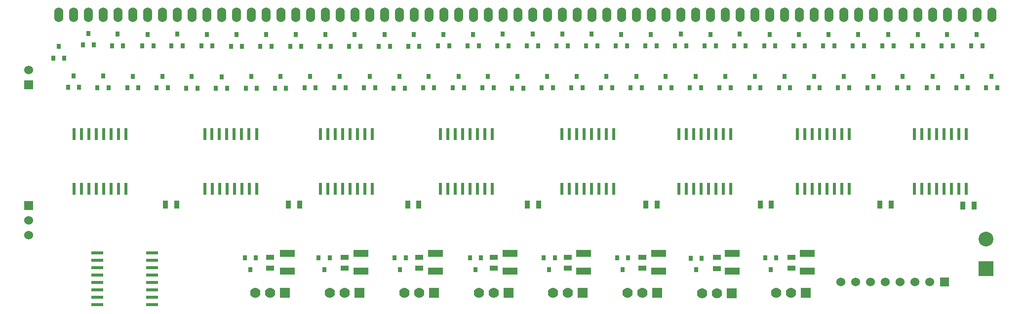
<source format=gbs>
G04 (created by PCBNEW (2013-07-07 BZR 4022)-stable) date 18/01/2016 20:15:18*
%MOIN*%
G04 Gerber Fmt 3.4, Leading zero omitted, Abs format*
%FSLAX34Y34*%
G01*
G70*
G90*
G04 APERTURE LIST*
%ADD10C,0.00590551*%
%ADD11R,0.023622X0.0787402*%
%ADD12R,0.0314961X0.0354331*%
%ADD13R,0.06X0.06*%
%ADD14C,0.06*%
%ADD15O,0.06X0.1*%
%ADD16R,0.0787402X0.023622*%
%ADD17R,0.1X0.05*%
%ADD18C,0.07*%
%ADD19R,0.07X0.07*%
%ADD20R,0.035X0.055*%
%ADD21R,0.055X0.035*%
%ADD22R,0.1X0.1*%
%ADD23C,0.1*%
G04 APERTURE END LIST*
G54D10*
G54D11*
X66588Y-41359D03*
X66092Y-41359D03*
X67088Y-41359D03*
X67588Y-41359D03*
X68088Y-41359D03*
X68588Y-41359D03*
X69088Y-41359D03*
X69592Y-41359D03*
X69592Y-45060D03*
X69092Y-45060D03*
X68592Y-45060D03*
X68092Y-45060D03*
X67592Y-45060D03*
X67092Y-45060D03*
X66592Y-45060D03*
X66092Y-45060D03*
G54D12*
X71060Y-34616D03*
X70685Y-35403D03*
X71434Y-35403D03*
X66050Y-37416D03*
X65675Y-38203D03*
X66424Y-38203D03*
X67050Y-34546D03*
X66675Y-35333D03*
X67424Y-35333D03*
X72040Y-37456D03*
X71665Y-38243D03*
X72414Y-38243D03*
X68040Y-37426D03*
X67665Y-38213D03*
X68414Y-38213D03*
X65050Y-35426D03*
X64675Y-36213D03*
X65424Y-36213D03*
X70050Y-37456D03*
X69675Y-38243D03*
X70424Y-38243D03*
X69020Y-34596D03*
X68645Y-35383D03*
X69394Y-35383D03*
G54D11*
X91308Y-41359D03*
X90812Y-41359D03*
X91808Y-41359D03*
X92308Y-41359D03*
X92808Y-41359D03*
X93308Y-41359D03*
X93808Y-41359D03*
X94312Y-41359D03*
X94312Y-45060D03*
X93812Y-45060D03*
X93312Y-45060D03*
X92812Y-45060D03*
X92312Y-45060D03*
X91812Y-45060D03*
X91312Y-45060D03*
X90812Y-45060D03*
X123328Y-41359D03*
X122832Y-41359D03*
X123828Y-41359D03*
X124328Y-41359D03*
X124828Y-41359D03*
X125328Y-41359D03*
X125828Y-41359D03*
X126332Y-41359D03*
X126332Y-45060D03*
X125832Y-45060D03*
X125332Y-45060D03*
X124832Y-45060D03*
X124332Y-45060D03*
X123832Y-45060D03*
X123332Y-45060D03*
X122832Y-45060D03*
X115418Y-41359D03*
X114922Y-41359D03*
X115918Y-41359D03*
X116418Y-41359D03*
X116918Y-41359D03*
X117418Y-41359D03*
X117918Y-41359D03*
X118422Y-41359D03*
X118422Y-45060D03*
X117922Y-45060D03*
X117422Y-45060D03*
X116922Y-45060D03*
X116422Y-45060D03*
X115922Y-45060D03*
X115422Y-45060D03*
X114922Y-45060D03*
X107428Y-41359D03*
X106932Y-41359D03*
X107928Y-41359D03*
X108428Y-41359D03*
X108928Y-41359D03*
X109428Y-41359D03*
X109928Y-41359D03*
X110432Y-41359D03*
X110432Y-45060D03*
X109932Y-45060D03*
X109432Y-45060D03*
X108932Y-45060D03*
X108432Y-45060D03*
X107932Y-45060D03*
X107432Y-45060D03*
X106932Y-45060D03*
X99528Y-41359D03*
X99032Y-41359D03*
X100028Y-41359D03*
X100528Y-41359D03*
X101028Y-41359D03*
X101528Y-41359D03*
X102028Y-41359D03*
X102532Y-41359D03*
X102532Y-45060D03*
X102032Y-45060D03*
X101532Y-45060D03*
X101032Y-45060D03*
X100532Y-45060D03*
X100032Y-45060D03*
X99532Y-45060D03*
X99032Y-45060D03*
X83228Y-41359D03*
X82732Y-41359D03*
X83728Y-41359D03*
X84228Y-41359D03*
X84728Y-41359D03*
X85228Y-41359D03*
X85728Y-41359D03*
X86232Y-41359D03*
X86232Y-45060D03*
X85732Y-45060D03*
X85232Y-45060D03*
X84732Y-45060D03*
X84232Y-45060D03*
X83732Y-45060D03*
X83232Y-45060D03*
X82732Y-45060D03*
X75398Y-41359D03*
X74902Y-41359D03*
X75898Y-41359D03*
X76398Y-41359D03*
X76898Y-41359D03*
X77398Y-41359D03*
X77898Y-41359D03*
X78402Y-41359D03*
X78402Y-45060D03*
X77902Y-45060D03*
X77402Y-45060D03*
X76902Y-45060D03*
X76402Y-45060D03*
X75902Y-45060D03*
X75402Y-45060D03*
X74902Y-45060D03*
G54D13*
X63030Y-38040D03*
G54D14*
X63030Y-37040D03*
G54D15*
X65040Y-33280D03*
X66040Y-33280D03*
X67040Y-33280D03*
X68040Y-33280D03*
X69040Y-33280D03*
X70040Y-33280D03*
X71040Y-33280D03*
X72040Y-33280D03*
X73040Y-33280D03*
X74040Y-33280D03*
X75040Y-33280D03*
X76040Y-33280D03*
X77040Y-33280D03*
X78040Y-33280D03*
X79040Y-33280D03*
X80040Y-33280D03*
X81040Y-33280D03*
X82040Y-33280D03*
X83040Y-33280D03*
X84040Y-33280D03*
X85040Y-33280D03*
X86040Y-33280D03*
X87040Y-33280D03*
X88040Y-33280D03*
X89040Y-33280D03*
X90040Y-33280D03*
X91040Y-33280D03*
X92040Y-33280D03*
X93040Y-33280D03*
X94040Y-33280D03*
X95040Y-33280D03*
X96040Y-33280D03*
X97040Y-33280D03*
X98040Y-33280D03*
X99040Y-33280D03*
X100040Y-33280D03*
X101040Y-33280D03*
X102040Y-33280D03*
X103040Y-33280D03*
X104040Y-33280D03*
X105040Y-33280D03*
X106040Y-33280D03*
X107040Y-33280D03*
X108040Y-33280D03*
X109040Y-33280D03*
X110040Y-33280D03*
X111040Y-33280D03*
X112040Y-33280D03*
X113040Y-33280D03*
X114040Y-33280D03*
X115040Y-33280D03*
X116040Y-33280D03*
X117040Y-33280D03*
X118040Y-33280D03*
X119040Y-33280D03*
X120040Y-33280D03*
X121040Y-33280D03*
X122040Y-33280D03*
X123040Y-33280D03*
X124040Y-33280D03*
X125040Y-33280D03*
X126040Y-33280D03*
X127040Y-33280D03*
X128040Y-33280D03*
G54D12*
X73040Y-34606D03*
X72665Y-35393D03*
X73414Y-35393D03*
X80020Y-37466D03*
X79645Y-38253D03*
X80394Y-38253D03*
X79040Y-34626D03*
X78665Y-35413D03*
X79414Y-35413D03*
X78050Y-37476D03*
X77675Y-38263D03*
X78424Y-38263D03*
X77050Y-34636D03*
X76675Y-35423D03*
X77424Y-35423D03*
X76040Y-37486D03*
X75665Y-38273D03*
X76414Y-38273D03*
X75050Y-34616D03*
X74675Y-35403D03*
X75424Y-35403D03*
X74030Y-37466D03*
X73655Y-38253D03*
X74404Y-38253D03*
X81050Y-34626D03*
X80675Y-35413D03*
X81424Y-35413D03*
X88040Y-37466D03*
X87665Y-38253D03*
X88414Y-38253D03*
X87040Y-34626D03*
X86665Y-35413D03*
X87414Y-35413D03*
X86040Y-37456D03*
X85665Y-38243D03*
X86414Y-38243D03*
X85030Y-34636D03*
X84655Y-35423D03*
X85404Y-35423D03*
X84030Y-37456D03*
X83655Y-38243D03*
X84404Y-38243D03*
X83040Y-34626D03*
X82665Y-35413D03*
X83414Y-35413D03*
X82020Y-37456D03*
X81645Y-38243D03*
X82394Y-38243D03*
X89020Y-34626D03*
X88645Y-35413D03*
X89394Y-35413D03*
X96030Y-37466D03*
X95655Y-38253D03*
X96404Y-38253D03*
X95030Y-34606D03*
X94655Y-35393D03*
X95404Y-35393D03*
X94030Y-37446D03*
X93655Y-38233D03*
X94404Y-38233D03*
X93030Y-34616D03*
X92655Y-35403D03*
X93404Y-35403D03*
X92040Y-37446D03*
X91665Y-38233D03*
X92414Y-38233D03*
X91030Y-34616D03*
X90655Y-35403D03*
X91404Y-35403D03*
X90020Y-37456D03*
X89645Y-38243D03*
X90394Y-38243D03*
X97040Y-34606D03*
X96665Y-35393D03*
X97414Y-35393D03*
X104040Y-37456D03*
X103665Y-38243D03*
X104414Y-38243D03*
X103030Y-34616D03*
X102655Y-35403D03*
X103404Y-35403D03*
X102030Y-37456D03*
X101655Y-38243D03*
X102404Y-38243D03*
X101030Y-34606D03*
X100655Y-35393D03*
X101404Y-35393D03*
X100030Y-37456D03*
X99655Y-38243D03*
X100404Y-38243D03*
X99040Y-34606D03*
X98665Y-35393D03*
X99414Y-35393D03*
X98030Y-37456D03*
X97655Y-38243D03*
X98404Y-38243D03*
X105030Y-34616D03*
X104655Y-35403D03*
X105404Y-35403D03*
X112050Y-37456D03*
X111675Y-38243D03*
X112424Y-38243D03*
X111030Y-34606D03*
X110655Y-35393D03*
X111404Y-35393D03*
X110040Y-37446D03*
X109665Y-38233D03*
X110414Y-38233D03*
X109040Y-34616D03*
X108665Y-35403D03*
X109414Y-35403D03*
X108040Y-37456D03*
X107665Y-38243D03*
X108414Y-38243D03*
X107040Y-34606D03*
X106665Y-35393D03*
X107414Y-35393D03*
X106030Y-37456D03*
X105655Y-38243D03*
X106404Y-38243D03*
X113050Y-34616D03*
X112675Y-35403D03*
X113424Y-35403D03*
X120040Y-37456D03*
X119665Y-38243D03*
X120414Y-38243D03*
X119030Y-34616D03*
X118655Y-35403D03*
X119404Y-35403D03*
X118040Y-37456D03*
X117665Y-38243D03*
X118414Y-38243D03*
X117030Y-34616D03*
X116655Y-35403D03*
X117404Y-35403D03*
X116050Y-37456D03*
X115675Y-38243D03*
X116424Y-38243D03*
X115030Y-34616D03*
X114655Y-35403D03*
X115404Y-35403D03*
X114050Y-37456D03*
X113675Y-38243D03*
X114424Y-38243D03*
X121040Y-34616D03*
X120665Y-35403D03*
X121414Y-35403D03*
X128030Y-37456D03*
X127655Y-38243D03*
X128404Y-38243D03*
X127030Y-34616D03*
X126655Y-35403D03*
X127404Y-35403D03*
X126040Y-37456D03*
X125665Y-38243D03*
X126414Y-38243D03*
X125030Y-34616D03*
X124655Y-35403D03*
X125404Y-35403D03*
X124040Y-37456D03*
X123665Y-38243D03*
X124414Y-38243D03*
X123040Y-34616D03*
X122665Y-35403D03*
X123414Y-35403D03*
X122030Y-37456D03*
X121655Y-38243D03*
X122404Y-38243D03*
G54D13*
X63030Y-46190D03*
G54D14*
X63030Y-47190D03*
X63030Y-48190D03*
G54D12*
X82970Y-50513D03*
X83344Y-49726D03*
X82595Y-49726D03*
X103120Y-50513D03*
X103494Y-49726D03*
X102745Y-49726D03*
X98160Y-50513D03*
X98534Y-49726D03*
X97785Y-49726D03*
X108090Y-50533D03*
X108464Y-49746D03*
X107715Y-49746D03*
X77990Y-50513D03*
X78364Y-49726D03*
X77615Y-49726D03*
X113110Y-50513D03*
X113484Y-49726D03*
X112735Y-49726D03*
X93180Y-50513D03*
X93554Y-49726D03*
X92805Y-49726D03*
X88100Y-50513D03*
X88474Y-49726D03*
X87725Y-49726D03*
G54D16*
X71360Y-49898D03*
X71360Y-49402D03*
X71360Y-50398D03*
X71360Y-50898D03*
X71360Y-51398D03*
X71360Y-51898D03*
X71360Y-52398D03*
X71360Y-52902D03*
X67659Y-52902D03*
X67659Y-52402D03*
X67659Y-51902D03*
X67659Y-51402D03*
X67659Y-50902D03*
X67659Y-50402D03*
X67659Y-49902D03*
X67659Y-49402D03*
G54D17*
X90480Y-50620D03*
X90480Y-49420D03*
X100480Y-50620D03*
X100480Y-49420D03*
X105540Y-50640D03*
X105540Y-49440D03*
X95510Y-50620D03*
X95510Y-49420D03*
X110520Y-50640D03*
X110520Y-49440D03*
X85440Y-50620D03*
X85440Y-49420D03*
X115570Y-50610D03*
X115570Y-49410D03*
X80490Y-50620D03*
X80490Y-49420D03*
G54D13*
X124850Y-51350D03*
G54D14*
X123850Y-51350D03*
X122850Y-51350D03*
X121850Y-51350D03*
X120850Y-51350D03*
X119850Y-51350D03*
X118850Y-51350D03*
X117850Y-51350D03*
G54D18*
X88380Y-52100D03*
X89380Y-52100D03*
G54D19*
X90380Y-52100D03*
G54D18*
X113500Y-52100D03*
X114500Y-52100D03*
G54D19*
X115500Y-52100D03*
G54D18*
X98420Y-52100D03*
X99420Y-52100D03*
G54D19*
X100420Y-52100D03*
G54D18*
X83340Y-52100D03*
X84340Y-52100D03*
G54D19*
X85340Y-52100D03*
G54D18*
X108480Y-52110D03*
X109480Y-52110D03*
G54D19*
X110480Y-52110D03*
G54D18*
X78320Y-52100D03*
X79320Y-52100D03*
G54D19*
X80320Y-52100D03*
G54D18*
X93420Y-52100D03*
X94420Y-52100D03*
G54D19*
X95420Y-52100D03*
G54D18*
X103440Y-52100D03*
X104440Y-52100D03*
G54D19*
X105440Y-52100D03*
G54D20*
X126845Y-46180D03*
X126095Y-46180D03*
X73005Y-46110D03*
X72255Y-46110D03*
X81305Y-46110D03*
X80555Y-46110D03*
X89355Y-46110D03*
X88605Y-46110D03*
X97445Y-46110D03*
X96695Y-46110D03*
X105445Y-46110D03*
X104695Y-46110D03*
X113155Y-46110D03*
X112405Y-46110D03*
X121235Y-46110D03*
X120485Y-46110D03*
G54D21*
X84340Y-49685D03*
X84340Y-50435D03*
X79320Y-49685D03*
X79320Y-50435D03*
X89380Y-49685D03*
X89380Y-50435D03*
X114520Y-49685D03*
X114520Y-50435D03*
X109480Y-49705D03*
X109480Y-50455D03*
X104440Y-49685D03*
X104440Y-50435D03*
X99420Y-49685D03*
X99420Y-50435D03*
X94430Y-49685D03*
X94430Y-50435D03*
G54D22*
X127650Y-50460D03*
G54D23*
X127650Y-48460D03*
M02*

</source>
